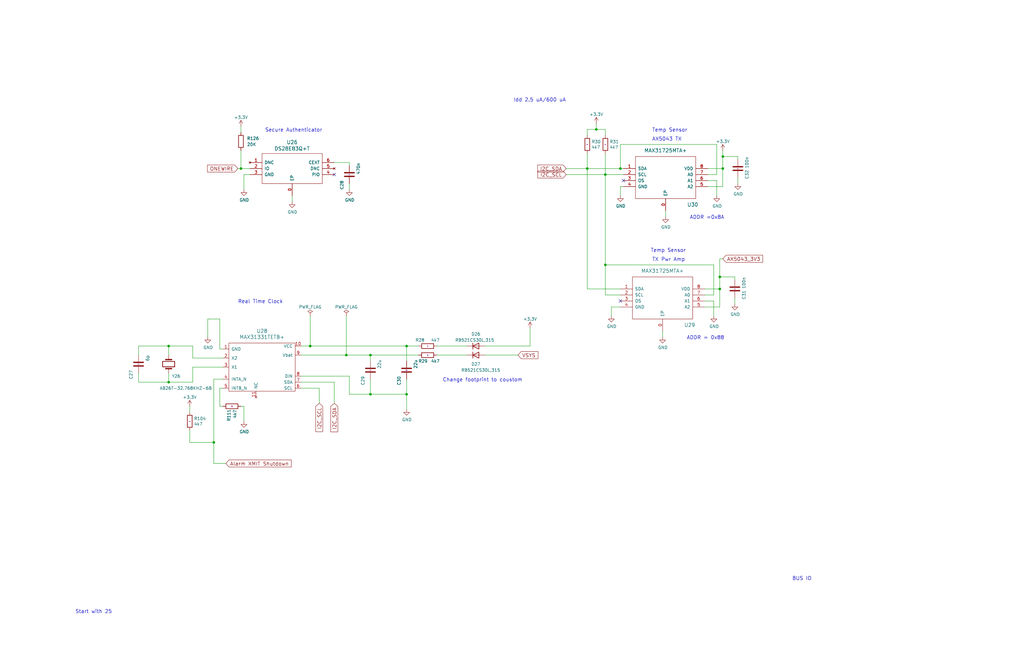
<source format=kicad_sch>
(kicad_sch (version 20230121) (generator eeschema)
  (paper "USLedger")
  (title_block (title "Radiation Tolerant PacSat Communication") (date "2023-06-17") (rev "1.1") (company "AMSAT-NA") (comment 1 "N5BRG"))
  (lib_symbols
    (symbol "Device:C" (pin_numbers hide) (pin_names (offset 0.254))
      (property "Reference" "C" (at 0.635 2.54 0))
      (property "Value" "C" (at 0.635 -2.54 0))
      (symbol "C_0_1"
        (polyline (pts (xy -2.032 -0.762) (xy 2.032 -0.762)) (stroke (width 0.508)))
        (polyline (pts (xy -2.032 0.762) (xy 2.032 0.762)) (stroke (width 0.508)))
      )
      (symbol "C_1_1"
        (pin passive line (at 0 3.81 270) (length 2.794) (name "~") (number "1"))
        (pin passive line (at 0 -3.81 90) (length 2.794) (name "~") (number "2"))
      )
    )
    (symbol "Device:Crystal" (pin_numbers hide) (pin_names (offset 1.016) hide)
      (property "Reference" "Y" (at 0 3.81 0))
      (property "Value" "Crystal" (at 0 -3.81 0))
      (symbol "Crystal_0_1"
        (rectangle (start -1.143 2.54) (end 1.143 -2.54) (stroke (width 0.3048)))
        (polyline (pts (xy -2.54 0) (xy -1.905 0)))
        (polyline (pts (xy -1.905 -1.27) (xy -1.905 1.27)) (stroke (width 0.508)))
        (polyline (pts (xy 1.905 -1.27) (xy 1.905 1.27)) (stroke (width 0.508)))
        (polyline (pts (xy 2.54 0) (xy 1.905 0)))
      )
      (symbol "Crystal_1_1"
        (pin passive line (at -3.81 0 0) (length 1.27) (name "1") (number "1"))
        (pin passive line (at 3.81 0 180) (length 1.27) (name "2") (number "2"))
      )
    )
    (symbol "Device:R" (pin_numbers hide) (pin_names (offset 0))
      (property "Reference" "R" (at 2.032 0 90))
      (property "Value" "R" (at 0 0 90))
      (symbol "R_0_1"
        (rectangle (start -1.016 -2.54) (end 1.016 2.54) (stroke (width 0.254)))
      )
      (symbol "R_1_1"
        (pin passive line (at 0 3.81 270) (length 1.27) (name "~") (number "1"))
        (pin passive line (at 0 -3.81 90) (length 1.27) (name "~") (number "2"))
      )
    )
    (symbol "Diode:1N914" (pin_numbers hide) (pin_names hide)
      (property "Reference" "D" (at 0 2.54 0))
      (property "Value" "1N914" (at 0 -2.54 0))
      (symbol "1N914_0_1"
        (polyline (pts (xy -1.27 1.27) (xy -1.27 -1.27)) (stroke (width 0.254)))
        (polyline (pts (xy 1.27 0) (xy -1.27 0)))
        (polyline (pts (xy 1.27 1.27) (xy 1.27 -1.27) (xy -1.27 0) (xy 1.27 1.27)) (stroke (width 0.254)))
      )
      (symbol "1N914_1_1"
        (pin passive line (at -3.81 0 0) (length 2.54) (name "K") (number "1"))
        (pin passive line (at 3.81 0 180) (length 2.54) (name "A") (number "2"))
      )
    )
    (symbol "PACSAT_ICs:DS28E83" (pin_names (offset 1.016))
      (property "Reference" "U26" (at 0 11.0998 0))
      (property "Value" "DS28E83" (at 0 8.4074 0))
      (symbol "DS28E83_0_1"
        (rectangle (start -12.7 6.35) (end 12.7 -6.35))
      )
      (symbol "DS28E83_1_1"
        (pin power_in line (at 0 -11.43 90) (length 5.08) (name "EP") (number "0"))
        (pin no_connect line (at -17.78 2.54 0) (length 5.08) (name "DNC") (number "1"))
        (pin bidirectional line (at -17.78 0 0) (length 5.08) (name "IO") (number "2"))
        (pin power_in line (at -17.78 -2.54 0) (length 5.08) (name "GND") (number "3"))
        (pin bidirectional line (at 17.78 -2.54 180) (length 5.08) (name "PIO") (number "4"))
        (pin no_connect line (at 17.78 0 180) (length 5.08) (name "DNC") (number "5"))
        (pin passive line (at 17.78 2.54 180) (length 5.08) (name "CEXT") (number "6"))
      )
    )
    (symbol "PACSAT_ICs:MAX31331" (pin_names (offset 1.016))
      (property "Reference" "U?" (at -1.27 14.9098 0))
      (property "Value" "MAX31331" (at -1.27 12.2174 0))
      (symbol "MAX31331_0_1"
        (rectangle (start -13.97 10.16) (end 13.97 -10.16))
      )
      (symbol "MAX31331_1_1"
        (pin power_in line (at -16.51 7.62 0) (length 2.54) (name "GND") (number "1"))
        (pin power_in line (at 16.51 8.89 180) (length 2.54) (name "VCC") (number "10"))
        (pin no_connect line (at -2.54 -12.7 90) (length 2.54) (name "NC") (number "11"))
        (pin input line (at -16.51 3.81 0) (length 2.54) (name "X2") (number "2"))
        (pin input line (at -16.51 0 0) (length 2.54) (name "X1") (number "3"))
        (pin open_collector line (at -16.51 -5.08 0) (length 2.54) (name "INTA_N") (number "4"))
        (pin open_collector line (at -16.51 -8.89 0) (length 2.54) (name "INTB_N") (number "5"))
        (pin input line (at 16.51 -8.89 180) (length 2.54) (name "SCL") (number "6"))
        (pin tri_state line (at 16.51 -6.35 180) (length 2.54) (name "SDA") (number "7"))
        (pin input line (at 16.51 -3.81 180) (length 2.54) (name "DIN") (number "8"))
        (pin power_in line (at 16.51 5.08 180) (length 2.54) (name "Vbat") (number "9"))
      )
    )
    (symbol "PACSAT_ICs:MAX31725" (pin_names (offset 1.016))
      (property "Reference" "U29" (at 11.43 -11.43 0))
      (property "Value" "MAX31725" (at 0 11.43 0))
      (symbol "MAX31725_0_1"
        (rectangle (start -12.7 8.89) (end 12.7 -8.89))
      )
      (symbol "MAX31725_1_1"
        (pin input line (at 0 -13.97 90) (length 5.08) (name "EP") (number "0"))
        (pin input line (at -17.78 3.81 0) (length 5.08) (name "SDA") (number "1"))
        (pin input line (at -17.78 1.27 0) (length 5.08) (name "SCL") (number "2"))
        (pin input line (at -17.78 -1.27 0) (length 5.08) (name "OS") (number "3"))
        (pin input line (at -17.78 -3.81 0) (length 5.08) (name "GND") (number "4"))
        (pin input line (at 17.78 -3.81 180) (length 5.08) (name "A2") (number "5"))
        (pin input line (at 17.78 -1.27 180) (length 5.08) (name "A1") (number "6"))
        (pin input line (at 17.78 1.27 180) (length 5.08) (name "A0") (number "7"))
        (pin input line (at 17.78 3.81 180) (length 5.08) (name "VDD") (number "8"))
      )
    )
    (symbol "power:+3.3V" (power) (pin_names (offset 0))
      (property "Value" "+3.3V" (at 0 3.556 0))
      (symbol "+3.3V_0_1"
        (polyline (pts (xy -0.762 1.27) (xy 0 2.54)))
        (polyline (pts (xy 0 0) (xy 0 2.54)))
        (polyline (pts (xy 0 2.54) (xy 0.762 1.27)))
      )
      (symbol "+3.3V_1_1"
        (pin power_in line (at 0 0 90) (length 0) hide (name "+3.3V") (number "1"))
      )
    )
    (symbol "power:GND" (power) (pin_names (offset 0))
      (property "Value" "GND" (at 0 -3.81 0))
      (symbol "GND_0_1"
        (polyline (pts (xy 0 0) (xy 0 -1.27) (xy 1.27 -1.27) (xy 0 -2.54) (xy -1.27 -1.27) (xy 0 -1.27)))
      )
      (symbol "GND_1_1"
        (pin power_in line (at 0 0 270) (length 0) hide (name "GND") (number "1"))
      )
    )
    (symbol "power:PWR_FLAG" (power) (pin_numbers hide) (pin_names (offset 0) hide)
      (property "Value" "PWR_FLAG" (at 0 3.81 0))
      (symbol "PWR_FLAG_0_0"
        (pin power_out line (at 0 0 90) (length 0) (name "pwr") (number "1"))
      )
      (symbol "PWR_FLAG_0_1"
        (polyline (pts (xy 0 0) (xy 0 1.27) (xy -1.016 1.905) (xy 0 2.54) (xy 1.016 1.905) (xy 0 1.27)))
      )
    )
  )
  (junction (at 71.12 146.05))
  (junction (at 303.53 121.92))
  (junction (at 255.27 73.66))
  (junction (at 251.46 54.61))
  (junction (at 255.27 111.76))
  (junction (at 247.65 71.12))
  (junction (at 130.81 146.05))
  (junction (at 303.53 116.84))
  (junction (at 146.05 149.86))
  (junction (at 156.21 166.37))
  (junction (at 304.8 66.04))
  (junction (at 71.12 161.29))
  (junction (at 261.62 71.12))
  (junction (at 156.21 149.86))
  (junction (at 90.17 186.69))
  (junction (at 304.8 71.12))
  (junction (at 171.45 146.05))
  (junction (at 101.6 71.12))
  (junction (at 171.45 166.37))
  (no_connect (at 261.62 127))
  (no_connect (at 262.89 76.2))
  (no_connect (at 140.97 73.66))
  (wire (pts (xy 302.26 76.2) (xy 302.26 82.55)))
  (wire (pts (xy 247.65 57.15) (xy 247.65 54.61)))
  (wire (pts (xy 184.15 149.86) (xy 196.85 149.86)))
  (wire (pts (xy 302.26 60.96) (xy 261.62 60.96)))
  (wire (pts (xy 261.62 129.54) (xy 257.81 129.54)))
  (wire (pts (xy 251.46 54.61) (xy 251.46 52.07)))
  (wire (pts (xy 303.53 121.92) (xy 303.53 129.54)))
  (wire (pts (xy 134.62 163.83) (xy 134.62 170.18)))
  (wire (pts (xy 58.42 146.05) (xy 71.12 146.05)))
  (wire (pts (xy 255.27 124.46) (xy 261.62 124.46)))
  (wire (pts (xy 130.81 133.35) (xy 130.81 146.05)))
  (wire (pts (xy 255.27 54.61) (xy 255.27 57.15)))
  (wire (pts (xy 58.42 161.29) (xy 71.12 161.29)))
  (wire (pts (xy 303.53 116.84) (xy 303.53 121.92)))
  (wire (pts (xy 127 146.05) (xy 130.81 146.05)))
  (wire (pts (xy 81.28 154.94) (xy 93.98 154.94)))
  (wire (pts (xy 90.17 186.69) (xy 90.17 195.58)))
  (wire (pts (xy 93.98 147.32) (xy 92.71 147.32)))
  (wire (pts (xy 127 149.86) (xy 146.05 149.86)))
  (wire (pts (xy 303.53 116.84) (xy 309.88 116.84)))
  (wire (pts (xy 90.17 160.02) (xy 90.17 186.69)))
  (wire (pts (xy 140.97 68.58) (xy 147.32 68.58)))
  (wire (pts (xy 92.71 171.45) (xy 93.98 171.45)))
  (wire (pts (xy 71.12 161.29) (xy 81.28 161.29)))
  (wire (pts (xy 261.62 78.74) (xy 261.62 82.55)))
  (wire (pts (xy 127 161.29) (xy 140.97 161.29)))
  (wire (pts (xy 311.15 74.93) (xy 311.15 77.47)))
  (wire (pts (xy 71.12 149.86) (xy 71.12 146.05)))
  (wire (pts (xy 247.65 71.12) (xy 261.62 71.12)))
  (wire (pts (xy 171.45 166.37) (xy 171.45 172.72)))
  (wire (pts (xy 147.32 166.37) (xy 156.21 166.37)))
  (wire (pts (xy 87.63 134.62) (xy 87.63 142.24)))
  (wire (pts (xy 101.6 171.45) (xy 102.87 171.45)))
  (wire (pts (xy 80.01 181.61) (xy 80.01 186.69)))
  (wire (pts (xy 303.53 109.22) (xy 303.53 116.84)))
  (wire (pts (xy 255.27 111.76) (xy 300.99 111.76)))
  (wire (pts (xy 238.76 71.12) (xy 247.65 71.12)))
  (wire (pts (xy 127 163.83) (xy 134.62 163.83)))
  (wire (pts (xy 300.99 124.46) (xy 300.99 111.76)))
  (wire (pts (xy 311.15 66.04) (xy 311.15 67.31)))
  (wire (pts (xy 184.15 146.05) (xy 196.85 146.05)))
  (wire (pts (xy 309.88 116.84) (xy 309.88 118.11)))
  (wire (pts (xy 92.71 134.62) (xy 87.63 134.62)))
  (wire (pts (xy 171.45 146.05) (xy 176.53 146.05)))
  (wire (pts (xy 156.21 166.37) (xy 171.45 166.37)))
  (wire (pts (xy 147.32 77.47) (xy 147.32 80.01)))
  (wire (pts (xy 238.76 73.66) (xy 255.27 73.66)))
  (wire (pts (xy 90.17 186.69) (xy 80.01 186.69)))
  (wire (pts (xy 298.45 78.74) (xy 304.8 78.74)))
  (wire (pts (xy 304.8 78.74) (xy 304.8 71.12)))
  (wire (pts (xy 146.05 149.86) (xy 156.21 149.86)))
  (wire (pts (xy 156.21 149.86) (xy 176.53 149.86)))
  (wire (pts (xy 247.65 54.61) (xy 251.46 54.61)))
  (wire (pts (xy 300.99 127) (xy 300.99 133.35)))
  (wire (pts (xy 298.45 76.2) (xy 302.26 76.2)))
  (wire (pts (xy 247.65 121.92) (xy 261.62 121.92)))
  (wire (pts (xy 251.46 54.61) (xy 255.27 54.61)))
  (wire (pts (xy 298.45 73.66) (xy 302.26 73.66)))
  (wire (pts (xy 303.53 121.92) (xy 297.18 121.92)))
  (wire (pts (xy 156.21 149.86) (xy 156.21 152.4)))
  (wire (pts (xy 90.17 195.58) (xy 95.25 195.58)))
  (wire (pts (xy 58.42 157.48) (xy 58.42 161.29)))
  (wire (pts (xy 123.19 82.55) (xy 123.19 85.09)))
  (wire (pts (xy 257.81 129.54) (xy 257.81 133.35)))
  (wire (pts (xy 261.62 60.96) (xy 261.62 71.12)))
  (wire (pts (xy 171.45 146.05) (xy 171.45 152.4)))
  (wire (pts (xy 156.21 160.02) (xy 156.21 166.37)))
  (wire (pts (xy 102.87 73.66) (xy 102.87 80.01)))
  (wire (pts (xy 81.28 146.05) (xy 81.28 151.13)))
  (wire (pts (xy 101.6 63.5) (xy 101.6 71.12)))
  (wire (pts (xy 101.6 71.12) (xy 105.41 71.12)))
  (wire (pts (xy 255.27 73.66) (xy 255.27 111.76)))
  (wire (pts (xy 247.65 71.12) (xy 247.65 121.92)))
  (wire (pts (xy 58.42 149.86) (xy 58.42 146.05)))
  (wire (pts (xy 80.01 171.45) (xy 80.01 173.99)))
  (wire (pts (xy 81.28 154.94) (xy 81.28 161.29)))
  (wire (pts (xy 304.8 66.04) (xy 304.8 71.12)))
  (wire (pts (xy 93.98 163.83) (xy 92.71 163.83)))
  (wire (pts (xy 81.28 151.13) (xy 93.98 151.13)))
  (wire (pts (xy 304.8 63.5) (xy 304.8 66.04)))
  (wire (pts (xy 92.71 163.83) (xy 92.71 171.45)))
  (wire (pts (xy 101.6 53.34) (xy 101.6 55.88)))
  (wire (pts (xy 130.81 146.05) (xy 171.45 146.05)))
  (wire (pts (xy 105.41 73.66) (xy 102.87 73.66)))
  (wire (pts (xy 247.65 64.77) (xy 247.65 71.12)))
  (wire (pts (xy 261.62 71.12) (xy 262.89 71.12)))
  (wire (pts (xy 280.67 88.9) (xy 280.67 91.44)))
  (wire (pts (xy 302.26 73.66) (xy 302.26 60.96)))
  (wire (pts (xy 255.27 64.77) (xy 255.27 73.66)))
  (wire (pts (xy 140.97 161.29) (xy 140.97 170.18)))
  (wire (pts (xy 71.12 146.05) (xy 81.28 146.05)))
  (wire (pts (xy 100.33 71.12) (xy 101.6 71.12)))
  (wire (pts (xy 93.98 160.02) (xy 90.17 160.02)))
  (wire (pts (xy 147.32 68.58) (xy 147.32 69.85)))
  (wire (pts (xy 304.8 109.22) (xy 303.53 109.22)))
  (wire (pts (xy 102.87 171.45) (xy 102.87 177.8)))
  (wire (pts (xy 147.32 158.75) (xy 147.32 166.37)))
  (wire (pts (xy 297.18 124.46) (xy 300.99 124.46)))
  (wire (pts (xy 146.05 133.35) (xy 146.05 149.86)))
  (wire (pts (xy 171.45 166.37) (xy 171.45 160.02)))
  (wire (pts (xy 279.4 139.7) (xy 279.4 142.24)))
  (wire (pts (xy 262.89 78.74) (xy 261.62 78.74)))
  (wire (pts (xy 297.18 127) (xy 300.99 127)))
  (wire (pts (xy 71.12 157.48) (xy 71.12 161.29)))
  (wire (pts (xy 304.8 71.12) (xy 298.45 71.12)))
  (wire (pts (xy 303.53 129.54) (xy 297.18 129.54)))
  (wire (pts (xy 255.27 73.66) (xy 262.89 73.66)))
  (wire (pts (xy 309.88 125.73) (xy 309.88 128.27)))
  (wire (pts (xy 304.8 66.04) (xy 311.15 66.04)))
  (wire (pts (xy 223.52 146.05) (xy 223.52 138.43)))
  (wire (pts (xy 255.27 111.76) (xy 255.27 124.46)))
  (wire (pts (xy 127 158.75) (xy 147.32 158.75)))
  (wire (pts (xy 92.71 147.32) (xy 92.71 134.62)))
  (wire (pts (xy 204.47 146.05) (xy 223.52 146.05)))
  (wire (pts (xy 204.47 149.86) (xy 218.44 149.86)))
  (text "TX Pwr Amp" (at 274.955 110.49 0) (effects (font (size 1.524 1.524)) (justify left bottom)))
  (text "Temp Sensor" (at 274.32 106.68 0) (effects (font (size 1.524 1.524)) (justify left bottom)))
  (text "BUS IO" (at 334.01 245.11 0) (effects (font (size 1.524 1.524)) (justify left bottom)))
  (text "Change footprint to coustom" (at 186.69 161.29 0) (effects (font (size 1.524 1.524)) (justify left bottom)))
  (text "Idd 2.5 uA/600 uA" (at 216.535 43.18 0) (effects (font (size 1.524 1.524)) (justify left bottom)))
  (text "Start with 25" (at 31.75 259.08 0) (effects (font (size 1.524 1.524)) (justify left bottom)))
  (text "Temp Sensor" (at 274.955 55.88 0) (effects (font (size 1.524 1.524)) (justify left bottom)))
  (text "ADDR = 0x88" (at 289.56 143.51 0) (effects (font (size 1.524 1.524)) (justify left bottom)))
  (text "AX5043 TX" (at 274.955 59.69 0) (effects (font (size 1.524 1.524)) (justify left bottom)))
  (text "ADDR =0x8A" (at 290.83 92.71 0) (effects (font (size 1.524 1.524)) (justify left bottom)))
  (text "Secure Authenticator" (at 111.76 55.88 0) (effects (font (size 1.524 1.524)) (justify left bottom)))
  (text "Real Time Clock" (at 100.33 128.27 0) (effects (font (size 1.524 1.524)) (justify left bottom)))
  (global_label "I2C_SCL" (shape input) (at 134.62 170.18 270) (effects (font (size 1.524 1.524))) (property "Intersheetrefs" "${INTERSHEET_REFS}" (effects hide)))
  (global_label "AX5043_3V3" (shape input) (at 304.8 109.22 0) (effects (font (size 1.524 1.524))) (property "Intersheetrefs" "${INTERSHEET_REFS}" (effects hide)))
  (global_label "ONEWIRE" (shape input) (at 100.33 71.12 180) (effects (font (size 1.524 1.524))) (property "Intersheetrefs" "${INTERSHEET_REFS}" (effects hide)))
  (global_label "I2C_SDA" (shape input) (at 140.97 170.18 270) (effects (font (size 1.524 1.524))) (property "Intersheetrefs" "${INTERSHEET_REFS}" (effects hide)))
  (global_label "I2C_SDA" (shape input) (at 238.76 71.12 180) (effects (font (size 1.524 1.524))) (property "Intersheetrefs" "${INTERSHEET_REFS}" (effects hide)))
  (global_label "VSYS" (shape input) (at 218.44 149.86 0) (effects (font (size 1.524 1.524))) (property "Intersheetrefs" "${INTERSHEET_REFS}" (effects hide)))
  (global_label "I2C_SCL" (shape input) (at 238.76 73.66 180) (effects (font (size 1.524 1.524))) (property "Intersheetrefs" "${INTERSHEET_REFS}" (effects hide)))
  (global_label "Alarm XMIT Shutdown" (shape input) (at 95.25 195.58 0) (effects (font (size 1.524 1.524))) (property "Intersheetrefs" "${INTERSHEET_REFS}" (effects hide)))
  (symbol (lib_id "PACSAT_ICs:MAX31725") (at 280.67 74.93 0) (unit 1)
    (property "Reference" "U30" (at 292.1 86.36 0) (effects (font (size 1.524 1.524))))
    (property "Value" "MAX31725MTA+" (at 280.67 63.5 0) (effects (font (size 1.524 1.524))))
    (property "Footprint" "PacSatDev_maxim:TDFN_T833_2" (effects hide))
  )
  (symbol (lib_id "power:GND") (at 261.62 82.55 0) (unit 1)
    (property "Reference" "#PWR050" (effects hide))
    (property "Value" "GND" (at 261.747 86.9442 0))
  )
  (symbol (lib_id "power:GND") (at 302.26 82.55 0) (unit 1)
    (property "Reference" "#PWR061" (effects hide))
    (property "Value" "GND" (at 302.387 86.9442 0))
  )
  (symbol (lib_id "power:GND") (at 280.67 91.44 0) (unit 1)
    (property "Reference" "#PWR058" (effects hide))
    (property "Value" "GND" (at 280.797 95.8342 0))
  )
  (symbol (lib_id "Device:R") (at 255.27 60.96 0) (unit 1)
    (property "Reference" "R31" (at 257.048 59.7916 0) (effects (justify left)))
    (property "Value" "4k7" (at 257.048 62.103 0) (effects (justify left)))
    (property "Footprint" "Resistor_SMD:R_0603_1608Metric_Pad0.98x0.95mm_HandSolder" (effects hide))
    (property "Datasheet" "~" (at 255.27 60.96 0))
  )
  (symbol (lib_id "Device:R") (at 247.65 60.96 0) (unit 1)
    (property "Reference" "R30" (at 249.428 59.7916 0) (effects (justify left)))
    (property "Value" "4k7" (at 249.428 62.103 0) (effects (justify left)))
    (property "Footprint" "Resistor_SMD:R_0603_1608Metric_Pad0.98x0.95mm_HandSolder" (effects hide))
    (property "Datasheet" "~" (at 247.65 60.96 0))
  )
  (symbol (lib_id "Device:C") (at 311.15 71.12 0) (unit 1)
    (property "Reference" "C32" (at 314.96 73.66 90))
    (property "Value" "100n" (at 314.96 68.58 90))
    (property "Footprint" "Capacitor_SMD:C_0603_1608Metric_Pad1.08x0.95mm_HandSolder" (effects hide))
    (property "Datasheet" "~" (at 311.15 71.12 0))
  )
  (symbol (lib_id "power:GND") (at 311.15 77.47 0) (unit 1)
    (property "Reference" "#PWR069" (effects hide))
    (property "Value" "GND" (at 311.277 81.8642 0))
  )
  (symbol (lib_id "PACSAT_ICs:DS28E83") (at 123.19 71.12 0) (unit 1)
    (property "Reference" "U26" (at 123.19 60.0202 0) (effects (font (size 1.524 1.524))))
    (property "Value" "DS28E83Q+T" (at 123.19 62.7126 0) (effects (font (size 1.524 1.524))))
    (property "Footprint" "PacSatDev_maxim:TDFN_T633_2" (effects hide))
  )
  (symbol (lib_id "power:GND") (at 102.87 80.01 0) (unit 1)
    (property "Reference" "#PWR037" (effects hide))
    (property "Value" "GND" (at 102.997 84.4042 0))
  )
  (symbol (lib_id "power:GND") (at 123.19 85.09 0) (unit 1)
    (property "Reference" "#PWR040" (effects hide))
    (property "Value" "GND" (at 123.317 89.4842 0))
  )
  (symbol (lib_id "Device:C") (at 147.32 73.66 0) (unit 1)
    (property "Reference" "C28" (at 144.145 78.105 90))
    (property "Value" "470n" (at 151.13 71.12 90))
    (property "Footprint" "Capacitor_SMD:C_0603_1608Metric_Pad1.08x0.95mm_HandSolder" (effects hide))
    (property "Datasheet" "~" (at 147.32 73.66 0))
  )
  (symbol (lib_id "power:GND") (at 147.32 80.01 0) (unit 1)
    (property "Reference" "#PWR042" (effects hide))
    (property "Value" "GND" (at 147.447 84.4042 0))
  )
  (symbol (lib_id "Device:C") (at 156.21 156.21 0) (unit 1)
    (property "Reference" "C29" (at 153.035 160.655 90))
    (property "Value" "22u" (at 160.02 153.67 90))
    (property "Footprint" "Capacitor_SMD:C_0603_1608Metric_Pad1.08x0.95mm_HandSolder" (effects hide))
    (property "Datasheet" "~" (at 156.21 156.21 0))
  )
  (symbol (lib_id "Device:R") (at 80.01 177.8 0) (unit 1)
    (property "Reference" "R104" (at 81.788 176.6316 0) (effects (justify left)))
    (property "Value" "4k7" (at 81.788 178.943 0) (effects (justify left)))
    (property "Footprint" "Resistor_SMD:R_0603_1608Metric_Pad0.98x0.95mm_HandSolder" (effects hide))
    (property "Datasheet" "~" (at 80.01 177.8 0))
  )
  (symbol (lib_id "power:+3.3V") (at 304.8 63.5 0) (unit 1)
    (property "Reference" "#PWR067" (effects hide))
    (property "Value" "+3.3V" (at 304.8 59.69 0))
  )
  (symbol (lib_id "power:+3.3V") (at 101.6 53.34 0) (unit 1)
    (property "Reference" "#PWR0149" (effects hide))
    (property "Value" "+3.3V" (at 101.6 49.53 0))
  )
  (symbol (lib_id "power:+3.3V") (at 80.01 171.45 0) (unit 1)
    (property "Reference" "#PWR0123" (effects hide))
    (property "Value" "+3.3V" (at 80.01 167.64 0))
  )
  (symbol (lib_id "Device:R") (at 101.6 59.69 0) (unit 1)
    (property "Reference" "R126" (at 104.14 58.42 0) (effects (justify left)))
    (property "Value" "20K" (at 104.14 60.96 0) (effects (justify left)))
    (property "Footprint" "Resistor_SMD:R_0603_1608Metric_Pad0.98x0.95mm_HandSolder" (effects hide))
  )
  (symbol (lib_id "power:+3.3V") (at 251.46 52.07 0) (unit 1)
    (property "Reference" "#PWR046" (effects hide))
    (property "Value" "+3.3V" (at 251.46 48.26 0))
  )
  (symbol (lib_id "power:PWR_FLAG") (at 130.81 133.35 0) (unit 1)
    (property "Reference" "#FLG026" (effects hide))
    (property "Value" "PWR_FLAG" (at 130.81 129.54 0))
  )
  (symbol (lib_id "power:GND") (at 309.88 128.27 0) (unit 1)
    (property "Reference" "#PWR068" (effects hide))
    (property "Value" "GND" (at 310.007 132.6642 0))
  )
  (symbol (lib_id "power:GND") (at 279.4 142.24 0) (unit 1)
    (property "Reference" "#PWR051" (effects hide))
    (property "Value" "GND" (at 279.527 146.6342 0))
  )
  (symbol (lib_id "power:GND") (at 171.45 172.72 0) (unit 1)
    (property "Reference" "#PWR044" (effects hide))
    (property "Value" "GND" (at 171.577 177.1142 0))
  )
  (symbol (lib_id "power:GND") (at 87.63 142.24 0) (unit 1)
    (property "Reference" "#PWR039" (effects hide))
    (property "Value" "GND" (at 87.757 146.6342 0))
  )
  (symbol (lib_id "Device:R") (at 180.34 146.05 90) (unit 1)
    (property "Reference" "R28" (at 179.07 143.51 90) (effects (justify left)))
    (property "Value" "4k7" (at 185.42 143.51 90) (effects (justify left)))
    (property "Footprint" "Resistor_SMD:R_0603_1608Metric_Pad0.98x0.95mm_HandSolder" (effects hide))
    (property "Datasheet" "~" (at 180.34 146.05 0))
  )
  (symbol (lib_id "PACSAT_ICs:MAX31331") (at 110.49 154.94 0) (unit 1)
    (property "Reference" "U28" (at 110.49 139.7 0) (effects (font (size 1.524 1.524))))
    (property "Value" "MAX31331TETB+" (at 110.49 142.24 0) (effects (font (size 1.524 1.524))))
    (property "Footprint" "PacSatDev_misc:TDFN-10-1EP_3x3mm_P0.5mm_EP0.9x2mm" (effects hide))
  )
  (symbol (lib_id "power:GND") (at 300.99 133.35 0) (unit 1)
    (property "Reference" "#PWR060" (effects hide))
    (property "Value" "GND" (at 301.117 137.7442 0))
  )
  (symbol (lib_id "power:GND") (at 102.87 177.8 0) (unit 1)
    (property "Reference" "#PWR0121" (effects hide))
    (property "Value" "GND" (at 102.997 182.1942 0))
  )
  (symbol (lib_id "PACSAT_ICs:MAX31725") (at 279.4 125.73 0) (unit 1)
    (property "Reference" "U29" (at 290.83 137.16 0) (effects (font (size 1.524 1.524))))
    (property "Value" "MAX31725MTA+" (at 279.4 114.3 0) (effects (font (size 1.524 1.524))))
    (property "Footprint" "PacSatDev_maxim:TDFN_T833_2" (effects hide))
  )
  (symbol (lib_id "Device:C") (at 171.45 156.21 0) (unit 1)
    (property "Reference" "C30" (at 168.275 160.655 90))
    (property "Value" "22u" (at 175.26 153.67 90))
    (property "Footprint" "Capacitor_SMD:C_0603_1608Metric_Pad1.08x0.95mm_HandSolder" (effects hide))
    (property "Datasheet" "~" (at 171.45 156.21 0))
  )
  (symbol (lib_id "Device:Crystal") (at 71.12 153.67 270) (unit 1)
    (property "Reference" "Y26" (at 72.39 158.75 90) (effects (justify left)))
    (property "Value" "AB26T-32.768KHZ-6B" (at 67.31 163.83 90) (effects (justify left)))
    (property "Footprint" "Crystal:Crystal_AT310_D3.0mm_L10.0mm_Horizontal" (effects hide))
  )
  (symbol (lib_id "Diode:1N914") (at 200.66 146.05 0) (unit 1)
    (property "Reference" "D26" (at 200.66 140.97 0))
    (property "Value" "RB521CS30L,315 " (at 200.66 143.51 0))
    (property "Footprint" "Diode_SMD:D_0603_1608Metric" (effects hide))
    (property "Datasheet" "http://www.vishay.com/docs/85622/1n914.pdf" (effects hide))
    (property "Sim.Device" "D" (effects hide))
    (property "Sim.Pins" "1=K 2=A" (effects hide))
  )
  (symbol (lib_id "Device:R") (at 180.34 149.86 90) (unit 1)
    (property "Reference" "R29" (at 180.34 152.4 90) (effects (justify left)))
    (property "Value" "4k7" (at 185.42 152.4 90) (effects (justify left)))
    (property "Footprint" "Resistor_SMD:R_0603_1608Metric_Pad0.98x0.95mm_HandSolder" (effects hide))
    (property "Datasheet" "~" (at 180.34 149.86 0))
  )
  (symbol (lib_id "power:GND") (at 257.81 133.35 0) (unit 1)
    (property "Reference" "#PWR047" (effects hide))
    (property "Value" "GND" (at 257.937 137.7442 0))
  )
  (symbol (lib_id "power:+3.3V") (at 223.52 138.43 0) (unit 1)
    (property "Reference" "#PWR045" (effects hide))
    (property "Value" "+3.3V" (at 223.52 134.62 0))
  )
  (symbol (lib_id "Device:R") (at 97.79 171.45 90) (unit 1)
    (property "Reference" "R111" (at 96.52 177.8 0) (effects (justify left)))
    (property "Value" "4k7" (at 99.06 176.53 0) (effects (justify left)))
    (property "Footprint" "Resistor_SMD:R_0603_1608Metric_Pad0.98x0.95mm_HandSolder" (effects hide))
    (property "Datasheet" "~" (at 97.79 171.45 0))
  )
  (symbol (lib_id "power:PWR_FLAG") (at 146.05 133.35 0) (unit 1)
    (property "Reference" "#FLG027" (effects hide))
    (property "Value" "PWR_FLAG" (at 146.05 129.54 0))
  )
  (symbol (lib_id "Device:C") (at 58.42 153.67 0) (unit 1)
    (property "Reference" "C27" (at 55.245 158.115 90))
    (property "Value" "6p" (at 62.23 151.13 90))
    (property "Footprint" "Capacitor_SMD:C_0603_1608Metric_Pad1.08x0.95mm_HandSolder" (effects hide))
    (property "Datasheet" "~" (at 58.42 153.67 0))
  )
  (symbol (lib_id "Diode:1N914") (at 200.66 149.86 0) (unit 1)
    (property "Reference" "D27" (at 200.66 153.67 0))
    (property "Value" "RB521CS30L,315 " (at 203.2 156.21 0))
    (property "Footprint" "Diode_SMD:D_0603_1608Metric" (effects hide))
    (property "Datasheet" "http://www.vishay.com/docs/85622/1n914.pdf" (effects hide))
    (property "Sim.Device" "D" (effects hide))
    (property "Sim.Pins" "1=K 2=A" (effects hide))
  )
  (symbol (lib_id "Device:C") (at 309.88 121.92 0) (unit 1)
    (property "Reference" "C31" (at 313.69 124.46 90))
    (property "Value" "100n" (at 313.69 119.38 90))
    (property "Footprint" "Capacitor_SMD:C_0603_1608Metric_Pad1.08x0.95mm_HandSolder" (effects hide))
    (property "Datasheet" "~" (at 309.88 121.92 0))
  )
)
</source>
